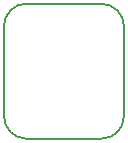
<source format=gbr>
G04 (created by PCBNEW (2013-07-07 BZR 4022)-stable) date 4/23/2014 9:18:28 PM*
%MOIN*%
G04 Gerber Fmt 3.4, Leading zero omitted, Abs format*
%FSLAX34Y34*%
G01*
G70*
G90*
G04 APERTURE LIST*
%ADD10C,0.00590551*%
G04 APERTURE END LIST*
G54D10*
X86900Y-40450D02*
X86900Y-37450D01*
X83650Y-41200D02*
X86150Y-41200D01*
X82900Y-37450D02*
X82900Y-40450D01*
X86150Y-36700D02*
X83650Y-36700D01*
X82900Y-40450D02*
G75*
G03X83650Y-41200I750J0D01*
G74*
G01*
X86150Y-41200D02*
G75*
G03X86900Y-40450I0J750D01*
G74*
G01*
X83650Y-36700D02*
G75*
G03X82900Y-37450I0J-750D01*
G74*
G01*
X86900Y-37450D02*
G75*
G03X86150Y-36700I-750J0D01*
G74*
G01*
M02*

</source>
